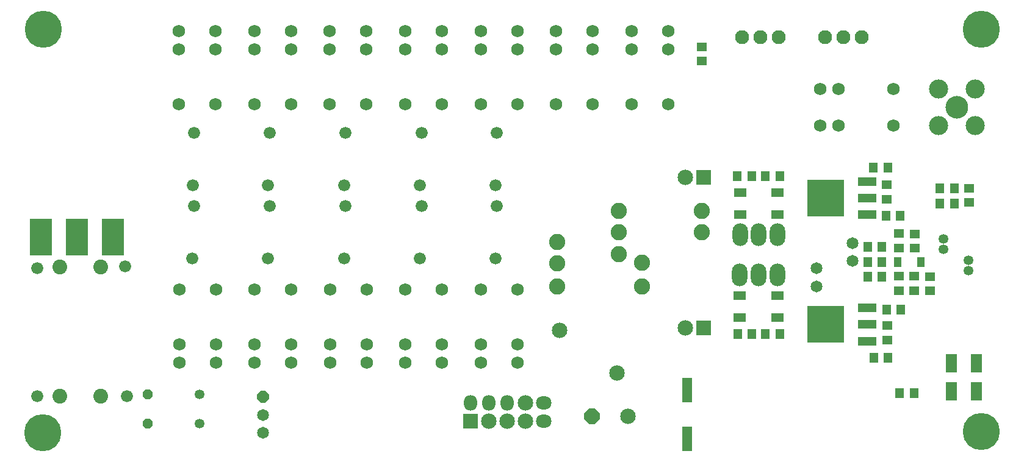
<source format=gts>
G04*
G04 #@! TF.GenerationSoftware,Altium Limited,Altium Designer,21.2.1 (34)*
G04*
G04 Layer_Color=8388736*
%FSLAX25Y25*%
%MOIN*%
G70*
G04*
G04 #@! TF.SameCoordinates,AD134648-67B5-4B84-B7A5-465A691CB966*
G04*
G04*
G04 #@! TF.FilePolarity,Negative*
G04*
G01*
G75*
%ADD18R,0.04528X0.05512*%
%ADD19R,0.06102X0.10039*%
%ADD20R,0.05512X0.04528*%
%ADD21R,0.12402X0.20276*%
%ADD22R,0.05315X0.13189*%
%ADD23R,0.04173X0.05394*%
%ADD24R,0.06890X0.04528*%
%ADD25R,0.10039X0.04528*%
%ADD26R,0.20276X0.20276*%
%ADD27C,0.06890*%
%ADD28R,0.08465X0.08465*%
%ADD29O,0.08465X0.07284*%
%ADD30O,0.07284X0.08465*%
%ADD31C,0.08465*%
%ADD32C,0.05315*%
%ADD33C,0.08071*%
%ADD34C,0.06591*%
%ADD35P,0.05753X8X22.5*%
%ADD36P,0.07031X8X292.5*%
%ADD37C,0.06496*%
%ADD38C,0.08858*%
%ADD39C,0.20276*%
%ADD40C,0.07677*%
%ADD41P,0.09162X8X22.5*%
%ADD42O,0.08465X0.12402*%
%ADD43C,0.10433*%
%ADD44C,0.12402*%
D18*
X479724Y33169D02*
D03*
X487598D02*
D03*
X501575Y145374D02*
D03*
X509449D02*
D03*
X501575Y137106D02*
D03*
X509449D02*
D03*
X465256Y156693D02*
D03*
X473130D02*
D03*
X470063Y105118D02*
D03*
X462189D02*
D03*
Y96850D02*
D03*
X470063D02*
D03*
Y113386D02*
D03*
X462189D02*
D03*
X472146Y130315D02*
D03*
X480020D02*
D03*
X465453Y52756D02*
D03*
X473327D02*
D03*
X472539Y78839D02*
D03*
X480413D02*
D03*
X414272Y65748D02*
D03*
X406398D02*
D03*
X391142D02*
D03*
X399016D02*
D03*
X391043Y151969D02*
D03*
X398917D02*
D03*
X414272D02*
D03*
X406397D02*
D03*
D19*
X521653Y49508D02*
D03*
X507874D02*
D03*
X521555Y34449D02*
D03*
X507776D02*
D03*
D20*
X517421Y145374D02*
D03*
Y137500D02*
D03*
X371578Y222722D02*
D03*
Y214848D02*
D03*
X479331Y112697D02*
D03*
Y120571D02*
D03*
Y89370D02*
D03*
Y97244D02*
D03*
X487795Y112598D02*
D03*
Y120473D02*
D03*
X472638Y147343D02*
D03*
Y139469D02*
D03*
X472933Y62303D02*
D03*
Y70177D02*
D03*
X487697Y89370D02*
D03*
Y97244D02*
D03*
X496260Y89272D02*
D03*
Y97146D02*
D03*
D21*
X30413Y118602D02*
D03*
X10674D02*
D03*
X50045D02*
D03*
D22*
X363681Y35035D02*
D03*
Y8264D02*
D03*
D23*
X478445Y105020D02*
D03*
X491339D02*
D03*
D24*
X412776Y131004D02*
D03*
Y142815D02*
D03*
X392520D02*
D03*
Y131004D02*
D03*
X392323Y86516D02*
D03*
Y74705D02*
D03*
X412894D02*
D03*
Y86516D02*
D03*
D25*
X461909Y79921D02*
D03*
Y70866D02*
D03*
Y61811D02*
D03*
Y149016D02*
D03*
Y139961D02*
D03*
Y130905D02*
D03*
D26*
X439173Y70866D02*
D03*
Y139961D02*
D03*
D27*
X476241Y179528D02*
D03*
X446260D02*
D03*
X476241Y199528D02*
D03*
X446260D02*
D03*
X436241D02*
D03*
Y179528D02*
D03*
X291969Y191299D02*
D03*
Y221281D02*
D03*
X311969Y191299D02*
D03*
Y221281D02*
D03*
Y231299D02*
D03*
X291969D02*
D03*
X333120Y191299D02*
D03*
Y221281D02*
D03*
X353120Y191299D02*
D03*
Y221281D02*
D03*
Y231299D02*
D03*
X333120D02*
D03*
X168333Y191299D02*
D03*
Y221281D02*
D03*
X188333Y191299D02*
D03*
Y221281D02*
D03*
Y231299D02*
D03*
X168333D02*
D03*
X85892D02*
D03*
X105892D02*
D03*
Y221281D02*
D03*
Y191299D02*
D03*
X85892Y221281D02*
D03*
Y191299D02*
D03*
X270970Y90119D02*
D03*
Y60138D02*
D03*
X250970Y90119D02*
D03*
Y60138D02*
D03*
Y50119D02*
D03*
X270970D02*
D03*
X229750Y90119D02*
D03*
Y60138D02*
D03*
X209750Y90119D02*
D03*
Y60138D02*
D03*
Y50119D02*
D03*
X229750D02*
D03*
X188530Y90119D02*
D03*
Y60138D02*
D03*
X168529Y90119D02*
D03*
Y60138D02*
D03*
Y50119D02*
D03*
X188530D02*
D03*
X147309Y90119D02*
D03*
Y60138D02*
D03*
X127309Y90119D02*
D03*
Y60138D02*
D03*
Y50119D02*
D03*
X147309D02*
D03*
X106089Y90119D02*
D03*
Y60138D02*
D03*
X86089Y90119D02*
D03*
Y60138D02*
D03*
Y50119D02*
D03*
X106089D02*
D03*
X250774Y191299D02*
D03*
Y221281D02*
D03*
X270774Y191299D02*
D03*
Y221281D02*
D03*
Y231299D02*
D03*
X250774D02*
D03*
X209553Y191299D02*
D03*
Y221281D02*
D03*
X229553Y191299D02*
D03*
Y221281D02*
D03*
Y231299D02*
D03*
X209553D02*
D03*
X127112Y191299D02*
D03*
Y221281D02*
D03*
X147112Y191299D02*
D03*
Y221281D02*
D03*
Y231299D02*
D03*
X127112D02*
D03*
D28*
X245216Y18110D02*
D03*
X372453Y151378D02*
D03*
X372453Y68996D02*
D03*
D29*
X285216Y28110D02*
D03*
Y18110D02*
D03*
D30*
X265216Y28110D02*
D03*
X245216D02*
D03*
X255217D02*
D03*
D31*
X275217D02*
D03*
Y18110D02*
D03*
X255217D02*
D03*
X265216D02*
D03*
X325295Y44193D02*
D03*
X293898Y67618D02*
D03*
X362453Y151378D02*
D03*
X362453Y68996D02*
D03*
X331299Y20571D02*
D03*
D32*
X503488Y117653D02*
D03*
X503445Y112008D02*
D03*
X517268Y105842D02*
D03*
X517224Y100197D02*
D03*
X97244Y16634D02*
D03*
X97244Y32579D02*
D03*
D33*
X20768Y102264D02*
D03*
Y31693D02*
D03*
X43406D02*
D03*
Y102264D02*
D03*
D34*
X8465Y31693D02*
D03*
X57677D02*
D03*
X56693Y102559D02*
D03*
X8465Y101575D02*
D03*
X176149Y106849D02*
D03*
X176915Y135592D02*
D03*
X217750Y106849D02*
D03*
X218516Y135592D02*
D03*
X134744Y106848D02*
D03*
X135510Y135592D02*
D03*
X258794Y106849D02*
D03*
X259559Y135592D02*
D03*
X258794Y146907D02*
D03*
X259559Y175651D02*
D03*
X217750Y146907D02*
D03*
X218516Y175651D02*
D03*
X176149Y146907D02*
D03*
X176915Y175651D02*
D03*
X134744Y146907D02*
D03*
X135510Y175651D02*
D03*
X94171Y135592D02*
D03*
X93405Y106848D02*
D03*
X94270Y175651D02*
D03*
X93504Y146907D02*
D03*
D35*
X68996Y16634D02*
D03*
X68996Y32579D02*
D03*
D36*
X131947Y31179D02*
D03*
D37*
Y21336D02*
D03*
Y11494D02*
D03*
X453937Y115354D02*
D03*
Y105512D02*
D03*
X434252Y91732D02*
D03*
Y101575D02*
D03*
D38*
X371457Y133071D02*
D03*
Y121260D02*
D03*
X338976Y91732D02*
D03*
Y104528D02*
D03*
X326181Y109449D02*
D03*
Y121260D02*
D03*
Y133071D02*
D03*
X292520Y91732D02*
D03*
Y104232D02*
D03*
Y116043D02*
D03*
D39*
X11713Y11811D02*
D03*
X11811Y232283D02*
D03*
X524311Y12205D02*
D03*
X524311Y232283D02*
D03*
D40*
X438878Y227854D02*
D03*
X448878D02*
D03*
X458878D02*
D03*
X393480Y227854D02*
D03*
X403480D02*
D03*
X413480D02*
D03*
D41*
X311614Y20571D02*
D03*
D42*
X412980Y119882D02*
D03*
X402744D02*
D03*
X392508D02*
D03*
X392323Y97933D02*
D03*
X402559D02*
D03*
X412795D02*
D03*
D43*
X500925Y199764D02*
D03*
Y179764D02*
D03*
X520925D02*
D03*
Y199764D02*
D03*
D44*
X510925Y189764D02*
D03*
M02*

</source>
